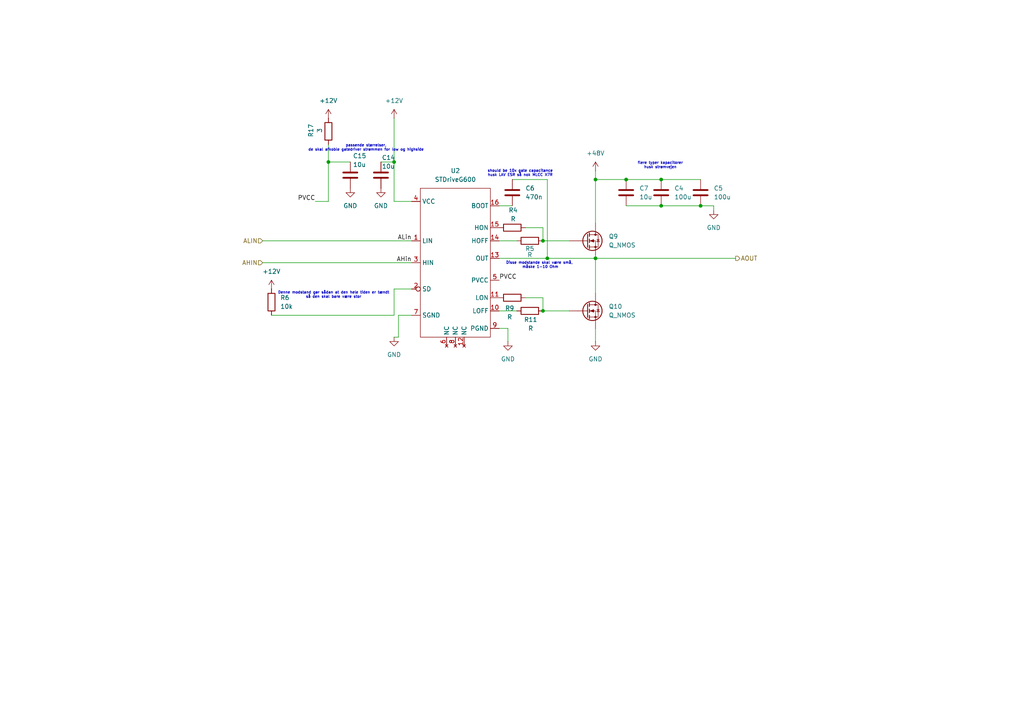
<source format=kicad_sch>
(kicad_sch (version 20250114) (generator "eeschema") (generator_version "9.0")
  (paper "A4")
  (lib_symbols
    (symbol "Device:C" (pin_numbers (hide yes)) (pin_names (offset 0.254))
      (property "Reference" "C" (at 0.635 2.54 0))
      (property "Value" "C" (at 0.635 -2.54 0))
      (symbol "C_0_1"
        (polyline (pts (xy -2.032 0.762) (xy 2.032 0.762)) (stroke (width 0.508)))
        (polyline (pts (xy -2.032 -0.762) (xy 2.032 -0.762)) (stroke (width 0.508)))
      )
      (symbol "C_1_1"
        (pin passive line (at 0 3.81 270) (length 2.794) (name "~") (number "1"))
        (pin passive line (at 0 -3.81 90) (length 2.794) (name "~") (number "2"))
      )
    )
    (symbol "Device:Q_NMOS" (pin_numbers (hide yes)) (pin_names (offset 0) (hide yes))
      (property "Reference" "Q" (at 5.08 1.27 0))
      (property "Value" "Q_NMOS" (at 5.08 -1.27 0))
      (symbol "Q_NMOS_0_1"
        (polyline (pts (xy 0.254 1.905) (xy 0.254 -1.905)) (stroke (width 0.254)))
        (polyline (pts (xy 0.254 0) (xy -2.54 0)))
        (polyline (pts (xy 0.762 2.286) (xy 0.762 1.27)) (stroke (width 0.254)))
        (polyline (pts (xy 0.762 0.508) (xy 0.762 -0.508)) (stroke (width 0.254)))
        (polyline (pts (xy 0.762 -1.27) (xy 0.762 -2.286)) (stroke (width 0.254)))
        (polyline (pts (xy 0.762 -1.778) (xy 3.302 -1.778) (xy 3.302 1.778) (xy 0.762 1.778)))
        (polyline (pts (xy 1.016 0) (xy 2.032 0.381) (xy 2.032 -0.381) (xy 1.016 0)) (fill (type outline)))
        (circle (center 1.651 0) (radius 2.794) (stroke (width 0.254)))
        (polyline (pts (xy 2.54 2.54) (xy 2.54 1.778)))
        (circle (center 2.54 1.778) (radius 0.254) (fill (type outline)))
        (circle (center 2.54 -1.778) (radius 0.254) (fill (type outline)))
        (polyline (pts (xy 2.54 -2.54) (xy 2.54 0) (xy 0.762 0)))
        (polyline (pts (xy 2.921 0.381) (xy 3.683 0.381)))
        (polyline (pts (xy 3.302 0.381) (xy 2.921 -0.254) (xy 3.683 -0.254) (xy 3.302 0.381)))
      )
      (symbol "Q_NMOS_1_1"
        (pin input line (at -5.08 0 0) (length 2.54) (name "G") (number "G"))
        (pin passive line (at 2.54 5.08 270) (length 2.54) (name "D") (number "D"))
        (pin passive line (at 2.54 -5.08 90) (length 2.54) (name "S") (number "S"))
      )
    )
    (symbol "Device:R" (pin_numbers (hide yes)) (pin_names (offset 0))
      (property "Reference" "R" (at 2.032 0 90))
      (property "Value" "R" (at 0 0 90))
      (symbol "R_0_1"
        (rectangle (start -1.016 -2.54) (end 1.016 2.54) (stroke (width 0.254)))
      )
      (symbol "R_1_1"
        (pin passive line (at 0 3.81 270) (length 1.27) (name "~") (number "1"))
        (pin passive line (at 0 -3.81 90) (length 1.27) (name "~") (number "2"))
      )
    )
    (symbol "power:+12V" (power) (pin_numbers (hide yes)) (pin_names (offset 0) (hide yes))
      (property "Value" "+12V" (at 0 3.556 0))
      (symbol "+12V_0_1"
        (polyline (pts (xy -0.762 1.27) (xy 0 2.54)))
        (polyline (pts (xy 0 2.54) (xy 0.762 1.27)))
        (polyline (pts (xy 0 0) (xy 0 2.54)))
      )
      (symbol "+12V_1_1"
        (pin power_in line (at 0 0 90) (length 0) (name "~") (number "1"))
      )
    )
    (symbol "power:+48V" (power) (pin_numbers (hide yes)) (pin_names (offset 0) (hide yes))
      (property "Value" "+48V" (at 0 3.556 0))
      (symbol "+48V_0_1"
        (polyline (pts (xy -0.762 1.27) (xy 0 2.54)))
        (polyline (pts (xy 0 2.54) (xy 0.762 1.27)))
        (polyline (pts (xy 0 0) (xy 0 2.54)))
      )
      (symbol "+48V_1_1"
        (pin power_in line (at 0 0 90) (length 0) (name "~") (number "1"))
      )
    )
    (symbol "power:GND" (power) (pin_numbers (hide yes)) (pin_names (offset 0) (hide yes))
      (property "Value" "GND" (at 0 -3.81 0))
      (symbol "GND_0_1"
        (polyline (pts (xy 0 0) (xy 0 -1.27) (xy 1.27 -1.27) (xy 0 -2.54) (xy -1.27 -1.27) (xy 0 -1.27)))
      )
      (symbol "GND_1_1"
        (pin power_in line (at 0 0 270) (length 0) (name "~") (number "1"))
      )
    )
    (symbol "stm:STDRIVEG600"
      (property "Reference" "U" (at 0 0 0))
      (symbol "STDRIVEG600_0_1"
        (rectangle (start -10.16 21.59) (end 10.16 -21.59))
      )
      (symbol "STDRIVEG600_1_1"
        (pin input line (at -12.7 17.78 0) (length 2.54) (name "VCC") (number "4"))
        (pin input line (at -12.7 6.35 0) (length 2.54) (name "LIN") (number "1"))
        (pin input line (at -12.7 0 0) (length 2.54) (name "HIN") (number "3"))
        (pin input inverted (at -12.7 -7.62 0) (length 2.54) (name "SD") (number "2"))
        (pin power_in line (at -12.7 -15.24 0) (length 2.54) (name "SGND") (number "7"))
        (pin no_connect line (at -2.54 -24.13 90) (length 2.54) (name "NC") (number "6"))
        (pin no_connect line (at 0 -24.13 90) (length 2.54) (name "NC") (number "8"))
        (pin no_connect line (at 2.54 -24.13 90) (length 2.54) (name "NC") (number "12"))
        (pin input line (at 12.7 16.51 180) (length 2.54) (name "BOOT") (number "16"))
        (pin output line (at 12.7 10.16 180) (length 2.54) (name "HON") (number "15"))
        (pin input line (at 12.7 6.35 180) (length 2.54) (name "HOFF") (number "14"))
        (pin input line (at 12.7 1.27 180) (length 2.54) (name "OUT") (number "13"))
        (pin input line (at 12.7 -5.08 180) (length 2.54) (name "PVCC") (number "5"))
        (pin input line (at 12.7 -10.16 180) (length 2.54) (name "LON") (number "11"))
        (pin input line (at 12.7 -13.97 180) (length 2.54) (name "LOFF") (number "10"))
        (pin power_in line (at 12.7 -19.05 180) (length 2.54) (name "PGND") (number "9"))
      )
    )
  )
  (text "Disse modstande skal være små, \nmåske 1-10 Ohm" (at 156.718 76.962 0) (effects (font (size 0.762 0.762))))
  (text "flere typer kapacitorer\nhusk strømvejen" (at 191.516 48.006 0) (effects (font (size 0.762 0.762))))
  (text "Denne modstand gør sådan at den hele tiden er tændt\nså den skal bare være stor" (at 96.774 85.598 0) (effects (font (size 0.762 0.762))))
  (text "passende størrelser,\nde skal afkoble gatedriver strømmen for low og highside" (at 106.172 42.926 0) (effects (font (size 0.762 0.762))))
  (text "should be 10x gate capacitance\nhusk LAV ESR så nok MLCC X7R\n" (at 150.876 50.292 0) (effects (font (size 0.762 0.762))))
  (junction (at 172.72 74.93))
  (junction (at 181.61 52.07))
  (junction (at 191.77 59.69))
  (junction (at 203.2 59.69))
  (junction (at 157.48 69.85))
  (junction (at 191.77 52.07))
  (junction (at 157.48 90.17))
  (junction (at 158.75 74.93))
  (junction (at 172.72 52.07))
  (junction (at 114.3 46.99))
  (junction (at 95.25 46.99))
  (wire (pts (xy 152.4 66.04) (xy 157.48 66.04)))
  (wire (pts (xy 144.78 59.69) (xy 148.59 59.69)))
  (wire (pts (xy 119.38 91.44) (xy 115.57 91.44)))
  (wire (pts (xy 152.4 86.36) (xy 157.48 86.36)))
  (wire (pts (xy 115.57 91.44) (xy 115.57 97.79)))
  (wire (pts (xy 157.48 90.17) (xy 165.1 90.17)))
  (wire (pts (xy 76.2 76.2) (xy 119.38 76.2)))
  (wire (pts (xy 95.25 46.99) (xy 101.6 46.99)))
  (wire (pts (xy 158.75 74.93) (xy 158.75 52.07)))
  (wire (pts (xy 114.3 58.42) (xy 114.3 46.99)))
  (wire (pts (xy 157.48 86.36) (xy 157.48 90.17)))
  (wire (pts (xy 191.77 59.69) (xy 203.2 59.69)))
  (wire (pts (xy 181.61 59.69) (xy 191.77 59.69)))
  (wire (pts (xy 158.75 52.07) (xy 148.59 52.07)))
  (wire (pts (xy 191.77 52.07) (xy 203.2 52.07)))
  (wire (pts (xy 181.61 52.07) (xy 191.77 52.07)))
  (wire (pts (xy 114.3 91.44) (xy 114.3 83.82)))
  (wire (pts (xy 157.48 66.04) (xy 157.48 69.85)))
  (wire (pts (xy 172.72 52.07) (xy 181.61 52.07)))
  (wire (pts (xy 110.49 46.99) (xy 114.3 46.99)))
  (wire (pts (xy 172.72 95.25) (xy 172.72 99.06)))
  (wire (pts (xy 114.3 46.99) (xy 114.3 34.29)))
  (wire (pts (xy 114.3 83.82) (xy 119.38 83.82)))
  (wire (pts (xy 115.57 97.79) (xy 114.3 97.79)))
  (wire (pts (xy 213.36 74.93) (xy 172.72 74.93)))
  (wire (pts (xy 144.78 69.85) (xy 149.86 69.85)))
  (wire (pts (xy 207.01 59.69) (xy 203.2 59.69)))
  (wire (pts (xy 78.74 91.44) (xy 114.3 91.44)))
  (wire (pts (xy 76.2 69.85) (xy 119.38 69.85)))
  (wire (pts (xy 147.32 95.25) (xy 147.32 99.06)))
  (wire (pts (xy 157.48 69.85) (xy 165.1 69.85)))
  (wire (pts (xy 144.78 90.17) (xy 149.86 90.17)))
  (wire (pts (xy 172.72 49.53) (xy 172.72 52.07)))
  (wire (pts (xy 95.25 58.42) (xy 95.25 46.99)))
  (wire (pts (xy 172.72 52.07) (xy 172.72 64.77)))
  (wire (pts (xy 207.01 59.69) (xy 207.01 60.96)))
  (wire (pts (xy 95.25 41.91) (xy 95.25 46.99)))
  (wire (pts (xy 144.78 74.93) (xy 158.75 74.93)))
  (wire (pts (xy 119.38 58.42) (xy 114.3 58.42)))
  (wire (pts (xy 172.72 74.93) (xy 172.72 85.09)))
  (wire (pts (xy 158.75 74.93) (xy 172.72 74.93)))
  (wire (pts (xy 91.44 58.42) (xy 95.25 58.42)))
  (wire (pts (xy 144.78 95.25) (xy 147.32 95.25)))
  (label "ALin" (at 119.38 69.85 180))
  (label "AHin" (at 119.38 76.2 180))
  (label "PVCC" (at 144.78 81.28 0))
  (label "PVCC" (at 91.44 58.42 180))
  (hierarchical_label "AOUT" (shape output) (at 213.36 74.93 0))
  (hierarchical_label "ALIN" (shape input) (at 76.2 69.85 180))
  (hierarchical_label "AHIN" (shape input) (at 76.2 76.2 180))
  (symbol (lib_id "Device:C") (at 148.59 55.88 0) (unit 1)
    (property "Reference" "C6" (at 152.4 54.6099 0) (effects (justify left)))
    (property "Value" "470n" (at 152.4 57.1499 0) (effects (justify left)))
    (property "Description" "Unpolarized capacitor" (effects (hide yes)))
  )
  (symbol (lib_id "Device:C") (at 181.61 55.88 0) (unit 1)
    (property "Reference" "C7" (at 185.42 54.6099 0) (effects (justify left)))
    (property "Value" "10u" (at 185.42 57.1499 0) (effects (justify left)))
    (property "Description" "Unpolarized capacitor" (effects (hide yes)))
  )
  (symbol (lib_id "power:+48V") (at 172.72 49.53 0) (unit 1)
    (property "Reference" "#PWR014" (effects (hide yes)))
    (property "Value" "+48V" (at 172.72 44.45 0))
    (property "Description" "Power symbol creates a global label with name \"+48V\"" (effects (hide yes)))
  )
  (symbol (lib_id "Device:R") (at 153.67 69.85 90) (unit 1)
    (property "Reference" "R5" (at 153.67 72.136 90))
    (property "Value" "R" (at 153.67 73.914 90))
    (property "Description" "Resistor" (effects (hide yes)))
  )
  (symbol (lib_id "Device:R") (at 78.74 87.63 180) (unit 1)
    (property "Reference" "R6" (at 81.28 86.3599 0) (effects (justify right)))
    (property "Value" "10k" (at 81.28 88.8999 0) (effects (justify right)))
    (property "Description" "Resistor" (effects (hide yes)))
  )
  (symbol (lib_id "power:GND") (at 172.72 99.06 0) (unit 1)
    (property "Reference" "#PWR08" (effects (hide yes)))
    (property "Value" "GND" (at 172.72 104.14 0))
    (property "Description" "Power symbol creates a global label with name \"GND\" , ground" (effects (hide yes)))
  )
  (symbol (lib_id "power:+12V") (at 114.3 34.29 0) (unit 1)
    (property "Reference" "#PWR011" (effects (hide yes)))
    (property "Value" "+12V" (at 114.3 29.21 0))
    (property "Description" "Power symbol creates a global label with name \"+12V\"" (effects (hide yes)))
  )
  (symbol (lib_id "power:GND") (at 207.01 60.96 0) (unit 1)
    (property "Reference" "#PWR07" (effects (hide yes)))
    (property "Value" "GND" (at 207.01 66.04 0))
    (property "Description" "Power symbol creates a global label with name \"GND\" , ground" (effects (hide yes)))
  )
  (symbol (lib_id "power:GND") (at 110.49 54.61 0) (unit 1)
    (property "Reference" "#PWR026" (effects (hide yes)))
    (property "Value" "GND" (at 110.49 59.69 0))
    (property "Description" "Power symbol creates a global label with name \"GND\" , ground" (effects (hide yes)))
  )
  (symbol (lib_id "Device:Q_NMOS") (at 170.18 69.85 0) (unit 1)
    (property "Reference" "Q9" (at 176.53 68.5799 0) (effects (justify left)))
    (property "Value" "Q_NMOS" (at 176.53 71.1199 0) (effects (justify left)))
    (property "Description" "N-MOSFET transistor" (effects (hide yes)))
  )
  (symbol (lib_id "power:GND") (at 114.3 97.79 0) (unit 1)
    (property "Reference" "#PWR012" (effects (hide yes)))
    (property "Value" "GND" (at 114.3 102.87 0))
    (property "Description" "Power symbol creates a global label with name \"GND\" , ground" (effects (hide yes)))
  )
  (symbol (lib_id "Device:C") (at 101.6 50.8 0) (unit 1)
    (property "Reference" "C15" (at 102.362 45.212 0) (effects (justify left)))
    (property "Value" "10u" (at 102.362 47.752 0) (effects (justify left)))
    (property "Description" "Unpolarized capacitor" (effects (hide yes)))
  )
  (symbol (lib_id "stm:STDRIVEG600") (at 132.08 76.2 0) (unit 1)
    (property "Reference" "U2" (at 132.08 49.53 0))
    (property "Value" "STDriveG600" (at 132.08 52.07 0))
    (property "Footprint" "Package_SO:SO-16_3.9x9.9mm_P1.27mm" (effects (hide yes)))
    (property "Datasheet" "https://www.st.com/resource/en/datasheet/stdriveg600.pdf" (effects (hide yes)))
    (property "Description" "Half-bridge gatedriver" (effects (hide yes)))
  )
  (symbol (lib_id "Device:C") (at 203.2 55.88 0) (unit 1)
    (property "Reference" "C5" (at 207.01 54.6099 0) (effects (justify left)))
    (property "Value" "100u" (at 207.01 57.1499 0) (effects (justify left)))
    (property "Description" "Unpolarized capacitor" (effects (hide yes)))
  )
  (symbol (lib_id "Device:R") (at 95.25 38.1 180) (unit 1)
    (property "Reference" "R17" (at 90.17 37.846 90))
    (property "Value" "3" (at 92.71 37.846 90))
    (property "Description" "Resistor" (effects (hide yes)))
  )
  (symbol (lib_id "Device:R") (at 148.59 86.36 90) (unit 1)
    (property "Reference" "R9" (at 147.828 89.408 90))
    (property "Value" "R" (at 147.828 91.948 90))
    (property "Description" "Resistor" (effects (hide yes)))
  )
  (symbol (lib_id "Device:R") (at 148.59 66.04 90) (unit 1)
    (property "Reference" "R4" (at 148.844 60.96 90))
    (property "Value" "R" (at 148.844 63.5 90))
    (property "Description" "Resistor" (effects (hide yes)))
  )
  (symbol (lib_id "power:GND") (at 101.6 54.61 0) (unit 1)
    (property "Reference" "#PWR025" (effects (hide yes)))
    (property "Value" "GND" (at 101.6 59.69 0))
    (property "Description" "Power symbol creates a global label with name \"GND\" , ground" (effects (hide yes)))
  )
  (symbol (lib_id "Device:R") (at 153.67 90.17 90) (unit 1)
    (property "Reference" "R11" (at 153.924 92.71 90))
    (property "Value" "R" (at 153.924 95.25 90))
    (property "Description" "Resistor" (effects (hide yes)))
  )
  (symbol (lib_id "power:GND") (at 147.32 99.06 0) (unit 1)
    (property "Reference" "#PWR05" (effects (hide yes)))
    (property "Value" "GND" (at 147.32 104.14 0))
    (property "Description" "Power symbol creates a global label with name \"GND\" , ground" (effects (hide yes)))
  )
  (symbol (lib_id "power:+12V") (at 78.74 83.82 0) (unit 1)
    (property "Reference" "#PWR09" (effects (hide yes)))
    (property "Value" "+12V" (at 78.74 78.74 0))
    (property "Description" "Power symbol creates a global label with name \"+12V\"" (effects (hide yes)))
  )
  (symbol (lib_id "power:+12V") (at 95.25 34.29 0) (unit 1)
    (property "Reference" "#PWR024" (effects (hide yes)))
    (property "Value" "+12V" (at 95.25 29.21 0))
    (property "Description" "Power symbol creates a global label with name \"+12V\"" (effects (hide yes)))
  )
  (symbol (lib_id "Device:C") (at 110.49 50.8 0) (unit 1)
    (property "Reference" "C14" (at 110.744 45.72 0) (effects (justify left)))
    (property "Value" "10u" (at 110.744 48.26 0) (effects (justify left)))
    (property "Description" "Unpolarized capacitor" (effects (hide yes)))
  )
  (symbol (lib_id "Device:C") (at 191.77 55.88 0) (unit 1)
    (property "Reference" "C4" (at 195.58 54.6099 0) (effects (justify left)))
    (property "Value" "100u" (at 195.58 57.1499 0) (effects (justify left)))
    (property "Description" "Unpolarized capacitor" (effects (hide yes)))
  )
  (symbol (lib_id "Device:Q_NMOS") (at 170.18 90.17 0) (unit 1)
    (property "Reference" "Q10" (at 176.53 88.8999 0) (effects (justify left)))
    (property "Value" "Q_NMOS" (at 176.53 91.4399 0) (effects (justify left)))
    (property "Description" "N-MOSFET transistor" (effects (hide yes)))
  )
)
</source>
